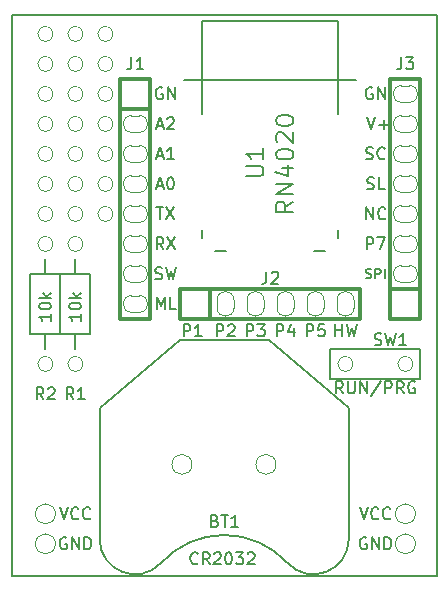
<source format=gto>
G04 #@! TF.FileFunction,Legend,Top*
%FSLAX46Y46*%
G04 Gerber Fmt 4.6, Leading zero omitted, Abs format (unit mm)*
G04 Created by KiCad (PCBNEW 4.0.4-stable) date *
%MOMM*%
%LPD*%
G01*
G04 APERTURE LIST*
%ADD10C,0.100000*%
%ADD11C,0.150000*%
%ADD12C,0.200000*%
%ADD13C,0.304800*%
%ADD14C,0.203200*%
G04 APERTURE END LIST*
D10*
D11*
X130048096Y-144280000D02*
X129952858Y-144232381D01*
X129810001Y-144232381D01*
X129667143Y-144280000D01*
X129571905Y-144375238D01*
X129524286Y-144470476D01*
X129476667Y-144660952D01*
X129476667Y-144803810D01*
X129524286Y-144994286D01*
X129571905Y-145089524D01*
X129667143Y-145184762D01*
X129810001Y-145232381D01*
X129905239Y-145232381D01*
X130048096Y-145184762D01*
X130095715Y-145137143D01*
X130095715Y-144803810D01*
X129905239Y-144803810D01*
X130524286Y-145232381D02*
X130524286Y-144232381D01*
X131095715Y-145232381D01*
X131095715Y-144232381D01*
X131571905Y-145232381D02*
X131571905Y-144232381D01*
X131810000Y-144232381D01*
X131952858Y-144280000D01*
X132048096Y-144375238D01*
X132095715Y-144470476D01*
X132143334Y-144660952D01*
X132143334Y-144803810D01*
X132095715Y-144994286D01*
X132048096Y-145089524D01*
X131952858Y-145184762D01*
X131810000Y-145232381D01*
X131571905Y-145232381D01*
X129476667Y-141692381D02*
X129810000Y-142692381D01*
X130143334Y-141692381D01*
X131048096Y-142597143D02*
X131000477Y-142644762D01*
X130857620Y-142692381D01*
X130762382Y-142692381D01*
X130619524Y-142644762D01*
X130524286Y-142549524D01*
X130476667Y-142454286D01*
X130429048Y-142263810D01*
X130429048Y-142120952D01*
X130476667Y-141930476D01*
X130524286Y-141835238D01*
X130619524Y-141740000D01*
X130762382Y-141692381D01*
X130857620Y-141692381D01*
X131000477Y-141740000D01*
X131048096Y-141787619D01*
X132048096Y-142597143D02*
X132000477Y-142644762D01*
X131857620Y-142692381D01*
X131762382Y-142692381D01*
X131619524Y-142644762D01*
X131524286Y-142549524D01*
X131476667Y-142454286D01*
X131429048Y-142263810D01*
X131429048Y-142120952D01*
X131476667Y-141930476D01*
X131524286Y-141835238D01*
X131619524Y-141740000D01*
X131762382Y-141692381D01*
X131857620Y-141692381D01*
X132000477Y-141740000D01*
X132048096Y-141787619D01*
X104648096Y-144280000D02*
X104552858Y-144232381D01*
X104410001Y-144232381D01*
X104267143Y-144280000D01*
X104171905Y-144375238D01*
X104124286Y-144470476D01*
X104076667Y-144660952D01*
X104076667Y-144803810D01*
X104124286Y-144994286D01*
X104171905Y-145089524D01*
X104267143Y-145184762D01*
X104410001Y-145232381D01*
X104505239Y-145232381D01*
X104648096Y-145184762D01*
X104695715Y-145137143D01*
X104695715Y-144803810D01*
X104505239Y-144803810D01*
X105124286Y-145232381D02*
X105124286Y-144232381D01*
X105695715Y-145232381D01*
X105695715Y-144232381D01*
X106171905Y-145232381D02*
X106171905Y-144232381D01*
X106410000Y-144232381D01*
X106552858Y-144280000D01*
X106648096Y-144375238D01*
X106695715Y-144470476D01*
X106743334Y-144660952D01*
X106743334Y-144803810D01*
X106695715Y-144994286D01*
X106648096Y-145089524D01*
X106552858Y-145184762D01*
X106410000Y-145232381D01*
X106171905Y-145232381D01*
X104076667Y-141692381D02*
X104410000Y-142692381D01*
X104743334Y-141692381D01*
X105648096Y-142597143D02*
X105600477Y-142644762D01*
X105457620Y-142692381D01*
X105362382Y-142692381D01*
X105219524Y-142644762D01*
X105124286Y-142549524D01*
X105076667Y-142454286D01*
X105029048Y-142263810D01*
X105029048Y-142120952D01*
X105076667Y-141930476D01*
X105124286Y-141835238D01*
X105219524Y-141740000D01*
X105362382Y-141692381D01*
X105457620Y-141692381D01*
X105600477Y-141740000D01*
X105648096Y-141787619D01*
X106648096Y-142597143D02*
X106600477Y-142644762D01*
X106457620Y-142692381D01*
X106362382Y-142692381D01*
X106219524Y-142644762D01*
X106124286Y-142549524D01*
X106076667Y-142454286D01*
X106029048Y-142263810D01*
X106029048Y-142120952D01*
X106076667Y-141930476D01*
X106124286Y-141835238D01*
X106219524Y-141740000D01*
X106362382Y-141692381D01*
X106457620Y-141692381D01*
X106600477Y-141740000D01*
X106648096Y-141787619D01*
X105862381Y-125309238D02*
X105862381Y-125880667D01*
X105862381Y-125594953D02*
X104862381Y-125594953D01*
X105005238Y-125690191D01*
X105100476Y-125785429D01*
X105148095Y-125880667D01*
X104862381Y-124690191D02*
X104862381Y-124594952D01*
X104910000Y-124499714D01*
X104957619Y-124452095D01*
X105052857Y-124404476D01*
X105243333Y-124356857D01*
X105481429Y-124356857D01*
X105671905Y-124404476D01*
X105767143Y-124452095D01*
X105814762Y-124499714D01*
X105862381Y-124594952D01*
X105862381Y-124690191D01*
X105814762Y-124785429D01*
X105767143Y-124833048D01*
X105671905Y-124880667D01*
X105481429Y-124928286D01*
X105243333Y-124928286D01*
X105052857Y-124880667D01*
X104957619Y-124833048D01*
X104910000Y-124785429D01*
X104862381Y-124690191D01*
X105862381Y-123928286D02*
X104862381Y-123928286D01*
X105481429Y-123833048D02*
X105862381Y-123547333D01*
X105195714Y-123547333D02*
X105576667Y-123928286D01*
X103322381Y-125309238D02*
X103322381Y-125880667D01*
X103322381Y-125594953D02*
X102322381Y-125594953D01*
X102465238Y-125690191D01*
X102560476Y-125785429D01*
X102608095Y-125880667D01*
X102322381Y-124690191D02*
X102322381Y-124594952D01*
X102370000Y-124499714D01*
X102417619Y-124452095D01*
X102512857Y-124404476D01*
X102703333Y-124356857D01*
X102941429Y-124356857D01*
X103131905Y-124404476D01*
X103227143Y-124452095D01*
X103274762Y-124499714D01*
X103322381Y-124594952D01*
X103322381Y-124690191D01*
X103274762Y-124785429D01*
X103227143Y-124833048D01*
X103131905Y-124880667D01*
X102941429Y-124928286D01*
X102703333Y-124928286D01*
X102512857Y-124880667D01*
X102417619Y-124833048D01*
X102370000Y-124785429D01*
X102322381Y-124690191D01*
X103322381Y-123928286D02*
X102322381Y-123928286D01*
X102941429Y-123833048D02*
X103322381Y-123547333D01*
X102655714Y-123547333D02*
X103036667Y-123928286D01*
X115760762Y-146407143D02*
X115713143Y-146454762D01*
X115570286Y-146502381D01*
X115475048Y-146502381D01*
X115332190Y-146454762D01*
X115236952Y-146359524D01*
X115189333Y-146264286D01*
X115141714Y-146073810D01*
X115141714Y-145930952D01*
X115189333Y-145740476D01*
X115236952Y-145645238D01*
X115332190Y-145550000D01*
X115475048Y-145502381D01*
X115570286Y-145502381D01*
X115713143Y-145550000D01*
X115760762Y-145597619D01*
X116760762Y-146502381D02*
X116427428Y-146026190D01*
X116189333Y-146502381D02*
X116189333Y-145502381D01*
X116570286Y-145502381D01*
X116665524Y-145550000D01*
X116713143Y-145597619D01*
X116760762Y-145692857D01*
X116760762Y-145835714D01*
X116713143Y-145930952D01*
X116665524Y-145978571D01*
X116570286Y-146026190D01*
X116189333Y-146026190D01*
X117141714Y-145597619D02*
X117189333Y-145550000D01*
X117284571Y-145502381D01*
X117522667Y-145502381D01*
X117617905Y-145550000D01*
X117665524Y-145597619D01*
X117713143Y-145692857D01*
X117713143Y-145788095D01*
X117665524Y-145930952D01*
X117094095Y-146502381D01*
X117713143Y-146502381D01*
X118332190Y-145502381D02*
X118427429Y-145502381D01*
X118522667Y-145550000D01*
X118570286Y-145597619D01*
X118617905Y-145692857D01*
X118665524Y-145883333D01*
X118665524Y-146121429D01*
X118617905Y-146311905D01*
X118570286Y-146407143D01*
X118522667Y-146454762D01*
X118427429Y-146502381D01*
X118332190Y-146502381D01*
X118236952Y-146454762D01*
X118189333Y-146407143D01*
X118141714Y-146311905D01*
X118094095Y-146121429D01*
X118094095Y-145883333D01*
X118141714Y-145692857D01*
X118189333Y-145597619D01*
X118236952Y-145550000D01*
X118332190Y-145502381D01*
X118998857Y-145502381D02*
X119617905Y-145502381D01*
X119284571Y-145883333D01*
X119427429Y-145883333D01*
X119522667Y-145930952D01*
X119570286Y-145978571D01*
X119617905Y-146073810D01*
X119617905Y-146311905D01*
X119570286Y-146407143D01*
X119522667Y-146454762D01*
X119427429Y-146502381D01*
X119141714Y-146502381D01*
X119046476Y-146454762D01*
X118998857Y-146407143D01*
X119998857Y-145597619D02*
X120046476Y-145550000D01*
X120141714Y-145502381D01*
X120379810Y-145502381D01*
X120475048Y-145550000D01*
X120522667Y-145597619D01*
X120570286Y-145692857D01*
X120570286Y-145788095D01*
X120522667Y-145930952D01*
X119951238Y-146502381D01*
X120570286Y-146502381D01*
X128048096Y-132024381D02*
X127714762Y-131548190D01*
X127476667Y-132024381D02*
X127476667Y-131024381D01*
X127857620Y-131024381D01*
X127952858Y-131072000D01*
X128000477Y-131119619D01*
X128048096Y-131214857D01*
X128048096Y-131357714D01*
X128000477Y-131452952D01*
X127952858Y-131500571D01*
X127857620Y-131548190D01*
X127476667Y-131548190D01*
X128476667Y-131024381D02*
X128476667Y-131833905D01*
X128524286Y-131929143D01*
X128571905Y-131976762D01*
X128667143Y-132024381D01*
X128857620Y-132024381D01*
X128952858Y-131976762D01*
X129000477Y-131929143D01*
X129048096Y-131833905D01*
X129048096Y-131024381D01*
X129524286Y-132024381D02*
X129524286Y-131024381D01*
X130095715Y-132024381D01*
X130095715Y-131024381D01*
X131286191Y-130976762D02*
X130429048Y-132262476D01*
X131619524Y-132024381D02*
X131619524Y-131024381D01*
X132000477Y-131024381D01*
X132095715Y-131072000D01*
X132143334Y-131119619D01*
X132190953Y-131214857D01*
X132190953Y-131357714D01*
X132143334Y-131452952D01*
X132095715Y-131500571D01*
X132000477Y-131548190D01*
X131619524Y-131548190D01*
X133190953Y-132024381D02*
X132857619Y-131548190D01*
X132619524Y-132024381D02*
X132619524Y-131024381D01*
X133000477Y-131024381D01*
X133095715Y-131072000D01*
X133143334Y-131119619D01*
X133190953Y-131214857D01*
X133190953Y-131357714D01*
X133143334Y-131452952D01*
X133095715Y-131500571D01*
X133000477Y-131548190D01*
X132619524Y-131548190D01*
X134143334Y-131072000D02*
X134048096Y-131024381D01*
X133905239Y-131024381D01*
X133762381Y-131072000D01*
X133667143Y-131167238D01*
X133619524Y-131262476D01*
X133571905Y-131452952D01*
X133571905Y-131595810D01*
X133619524Y-131786286D01*
X133667143Y-131881524D01*
X133762381Y-131976762D01*
X133905239Y-132024381D01*
X134000477Y-132024381D01*
X134143334Y-131976762D01*
X134190953Y-131929143D01*
X134190953Y-131595810D01*
X134000477Y-131595810D01*
X112291905Y-124912381D02*
X112291905Y-123912381D01*
X112625239Y-124626667D01*
X112958572Y-123912381D01*
X112958572Y-124912381D01*
X113910953Y-124912381D02*
X113434762Y-124912381D01*
X113434762Y-123912381D01*
X129990953Y-122243810D02*
X130105239Y-122281905D01*
X130295715Y-122281905D01*
X130371905Y-122243810D01*
X130410001Y-122205714D01*
X130448096Y-122129524D01*
X130448096Y-122053333D01*
X130410001Y-121977143D01*
X130371905Y-121939048D01*
X130295715Y-121900952D01*
X130143334Y-121862857D01*
X130067143Y-121824762D01*
X130029048Y-121786667D01*
X129990953Y-121710476D01*
X129990953Y-121634286D01*
X130029048Y-121558095D01*
X130067143Y-121520000D01*
X130143334Y-121481905D01*
X130333810Y-121481905D01*
X130448096Y-121520000D01*
X130790953Y-122281905D02*
X130790953Y-121481905D01*
X131095715Y-121481905D01*
X131171906Y-121520000D01*
X131210001Y-121558095D01*
X131248096Y-121634286D01*
X131248096Y-121748571D01*
X131210001Y-121824762D01*
X131171906Y-121862857D01*
X131095715Y-121900952D01*
X130790953Y-121900952D01*
X131590953Y-122281905D02*
X131590953Y-121481905D01*
X130071905Y-119832381D02*
X130071905Y-118832381D01*
X130452858Y-118832381D01*
X130548096Y-118880000D01*
X130595715Y-118927619D01*
X130643334Y-119022857D01*
X130643334Y-119165714D01*
X130595715Y-119260952D01*
X130548096Y-119308571D01*
X130452858Y-119356190D01*
X130071905Y-119356190D01*
X130976667Y-118832381D02*
X131643334Y-118832381D01*
X131214762Y-119832381D01*
X130024286Y-117292381D02*
X130024286Y-116292381D01*
X130595715Y-117292381D01*
X130595715Y-116292381D01*
X131643334Y-117197143D02*
X131595715Y-117244762D01*
X131452858Y-117292381D01*
X131357620Y-117292381D01*
X131214762Y-117244762D01*
X131119524Y-117149524D01*
X131071905Y-117054286D01*
X131024286Y-116863810D01*
X131024286Y-116720952D01*
X131071905Y-116530476D01*
X131119524Y-116435238D01*
X131214762Y-116340000D01*
X131357620Y-116292381D01*
X131452858Y-116292381D01*
X131595715Y-116340000D01*
X131643334Y-116387619D01*
X130119524Y-114704762D02*
X130262381Y-114752381D01*
X130500477Y-114752381D01*
X130595715Y-114704762D01*
X130643334Y-114657143D01*
X130690953Y-114561905D01*
X130690953Y-114466667D01*
X130643334Y-114371429D01*
X130595715Y-114323810D01*
X130500477Y-114276190D01*
X130310000Y-114228571D01*
X130214762Y-114180952D01*
X130167143Y-114133333D01*
X130119524Y-114038095D01*
X130119524Y-113942857D01*
X130167143Y-113847619D01*
X130214762Y-113800000D01*
X130310000Y-113752381D01*
X130548096Y-113752381D01*
X130690953Y-113800000D01*
X131595715Y-114752381D02*
X131119524Y-114752381D01*
X131119524Y-113752381D01*
X130024286Y-112164762D02*
X130167143Y-112212381D01*
X130405239Y-112212381D01*
X130500477Y-112164762D01*
X130548096Y-112117143D01*
X130595715Y-112021905D01*
X130595715Y-111926667D01*
X130548096Y-111831429D01*
X130500477Y-111783810D01*
X130405239Y-111736190D01*
X130214762Y-111688571D01*
X130119524Y-111640952D01*
X130071905Y-111593333D01*
X130024286Y-111498095D01*
X130024286Y-111402857D01*
X130071905Y-111307619D01*
X130119524Y-111260000D01*
X130214762Y-111212381D01*
X130452858Y-111212381D01*
X130595715Y-111260000D01*
X131595715Y-112117143D02*
X131548096Y-112164762D01*
X131405239Y-112212381D01*
X131310001Y-112212381D01*
X131167143Y-112164762D01*
X131071905Y-112069524D01*
X131024286Y-111974286D01*
X130976667Y-111783810D01*
X130976667Y-111640952D01*
X131024286Y-111450476D01*
X131071905Y-111355238D01*
X131167143Y-111260000D01*
X131310001Y-111212381D01*
X131405239Y-111212381D01*
X131548096Y-111260000D01*
X131595715Y-111307619D01*
X130111619Y-108672381D02*
X130444952Y-109672381D01*
X130778286Y-108672381D01*
X131111619Y-109291429D02*
X131873524Y-109291429D01*
X131492572Y-109672381D02*
X131492572Y-108910476D01*
X130548096Y-106180000D02*
X130452858Y-106132381D01*
X130310001Y-106132381D01*
X130167143Y-106180000D01*
X130071905Y-106275238D01*
X130024286Y-106370476D01*
X129976667Y-106560952D01*
X129976667Y-106703810D01*
X130024286Y-106894286D01*
X130071905Y-106989524D01*
X130167143Y-107084762D01*
X130310001Y-107132381D01*
X130405239Y-107132381D01*
X130548096Y-107084762D01*
X130595715Y-107037143D01*
X130595715Y-106703810D01*
X130405239Y-106703810D01*
X131024286Y-107132381D02*
X131024286Y-106132381D01*
X131595715Y-107132381D01*
X131595715Y-106132381D01*
X127412857Y-127198381D02*
X127412857Y-126198381D01*
X127412857Y-126674571D02*
X127984286Y-126674571D01*
X127984286Y-127198381D02*
X127984286Y-126198381D01*
X128365238Y-126198381D02*
X128603333Y-127198381D01*
X128793810Y-126484095D01*
X128984286Y-127198381D01*
X129222381Y-126198381D01*
X124991905Y-127198381D02*
X124991905Y-126198381D01*
X125372858Y-126198381D01*
X125468096Y-126246000D01*
X125515715Y-126293619D01*
X125563334Y-126388857D01*
X125563334Y-126531714D01*
X125515715Y-126626952D01*
X125468096Y-126674571D01*
X125372858Y-126722190D01*
X124991905Y-126722190D01*
X126468096Y-126198381D02*
X125991905Y-126198381D01*
X125944286Y-126674571D01*
X125991905Y-126626952D01*
X126087143Y-126579333D01*
X126325239Y-126579333D01*
X126420477Y-126626952D01*
X126468096Y-126674571D01*
X126515715Y-126769810D01*
X126515715Y-127007905D01*
X126468096Y-127103143D01*
X126420477Y-127150762D01*
X126325239Y-127198381D01*
X126087143Y-127198381D01*
X125991905Y-127150762D01*
X125944286Y-127103143D01*
X122451905Y-127198381D02*
X122451905Y-126198381D01*
X122832858Y-126198381D01*
X122928096Y-126246000D01*
X122975715Y-126293619D01*
X123023334Y-126388857D01*
X123023334Y-126531714D01*
X122975715Y-126626952D01*
X122928096Y-126674571D01*
X122832858Y-126722190D01*
X122451905Y-126722190D01*
X123880477Y-126531714D02*
X123880477Y-127198381D01*
X123642381Y-126150762D02*
X123404286Y-126865048D01*
X124023334Y-126865048D01*
X119911905Y-127198381D02*
X119911905Y-126198381D01*
X120292858Y-126198381D01*
X120388096Y-126246000D01*
X120435715Y-126293619D01*
X120483334Y-126388857D01*
X120483334Y-126531714D01*
X120435715Y-126626952D01*
X120388096Y-126674571D01*
X120292858Y-126722190D01*
X119911905Y-126722190D01*
X120816667Y-126198381D02*
X121435715Y-126198381D01*
X121102381Y-126579333D01*
X121245239Y-126579333D01*
X121340477Y-126626952D01*
X121388096Y-126674571D01*
X121435715Y-126769810D01*
X121435715Y-127007905D01*
X121388096Y-127103143D01*
X121340477Y-127150762D01*
X121245239Y-127198381D01*
X120959524Y-127198381D01*
X120864286Y-127150762D01*
X120816667Y-127103143D01*
X117371905Y-127198381D02*
X117371905Y-126198381D01*
X117752858Y-126198381D01*
X117848096Y-126246000D01*
X117895715Y-126293619D01*
X117943334Y-126388857D01*
X117943334Y-126531714D01*
X117895715Y-126626952D01*
X117848096Y-126674571D01*
X117752858Y-126722190D01*
X117371905Y-126722190D01*
X118324286Y-126293619D02*
X118371905Y-126246000D01*
X118467143Y-126198381D01*
X118705239Y-126198381D01*
X118800477Y-126246000D01*
X118848096Y-126293619D01*
X118895715Y-126388857D01*
X118895715Y-126484095D01*
X118848096Y-126626952D01*
X118276667Y-127198381D01*
X118895715Y-127198381D01*
X114577905Y-127198381D02*
X114577905Y-126198381D01*
X114958858Y-126198381D01*
X115054096Y-126246000D01*
X115101715Y-126293619D01*
X115149334Y-126388857D01*
X115149334Y-126531714D01*
X115101715Y-126626952D01*
X115054096Y-126674571D01*
X114958858Y-126722190D01*
X114577905Y-126722190D01*
X116101715Y-127198381D02*
X115530286Y-127198381D01*
X115816000Y-127198381D02*
X115816000Y-126198381D01*
X115720762Y-126341238D01*
X115625524Y-126436476D01*
X115530286Y-126484095D01*
X112172857Y-122324762D02*
X112315714Y-122372381D01*
X112553810Y-122372381D01*
X112649048Y-122324762D01*
X112696667Y-122277143D01*
X112744286Y-122181905D01*
X112744286Y-122086667D01*
X112696667Y-121991429D01*
X112649048Y-121943810D01*
X112553810Y-121896190D01*
X112363333Y-121848571D01*
X112268095Y-121800952D01*
X112220476Y-121753333D01*
X112172857Y-121658095D01*
X112172857Y-121562857D01*
X112220476Y-121467619D01*
X112268095Y-121420000D01*
X112363333Y-121372381D01*
X112601429Y-121372381D01*
X112744286Y-121420000D01*
X113077619Y-121372381D02*
X113315714Y-122372381D01*
X113506191Y-121658095D01*
X113696667Y-122372381D01*
X113934762Y-121372381D01*
X112315714Y-114466667D02*
X112791905Y-114466667D01*
X112220476Y-114752381D02*
X112553809Y-113752381D01*
X112887143Y-114752381D01*
X113410952Y-113752381D02*
X113506191Y-113752381D01*
X113601429Y-113800000D01*
X113649048Y-113847619D01*
X113696667Y-113942857D01*
X113744286Y-114133333D01*
X113744286Y-114371429D01*
X113696667Y-114561905D01*
X113649048Y-114657143D01*
X113601429Y-114704762D01*
X113506191Y-114752381D01*
X113410952Y-114752381D01*
X113315714Y-114704762D01*
X113268095Y-114657143D01*
X113220476Y-114561905D01*
X113172857Y-114371429D01*
X113172857Y-114133333D01*
X113220476Y-113942857D01*
X113268095Y-113847619D01*
X113315714Y-113800000D01*
X113410952Y-113752381D01*
X112315714Y-111926667D02*
X112791905Y-111926667D01*
X112220476Y-112212381D02*
X112553809Y-111212381D01*
X112887143Y-112212381D01*
X113744286Y-112212381D02*
X113172857Y-112212381D01*
X113458571Y-112212381D02*
X113458571Y-111212381D01*
X113363333Y-111355238D01*
X113268095Y-111450476D01*
X113172857Y-111498095D01*
X112315714Y-109386667D02*
X112791905Y-109386667D01*
X112220476Y-109672381D02*
X112553809Y-108672381D01*
X112887143Y-109672381D01*
X113172857Y-108767619D02*
X113220476Y-108720000D01*
X113315714Y-108672381D01*
X113553810Y-108672381D01*
X113649048Y-108720000D01*
X113696667Y-108767619D01*
X113744286Y-108862857D01*
X113744286Y-108958095D01*
X113696667Y-109100952D01*
X113125238Y-109672381D01*
X113744286Y-109672381D01*
X112863334Y-119832381D02*
X112530000Y-119356190D01*
X112291905Y-119832381D02*
X112291905Y-118832381D01*
X112672858Y-118832381D01*
X112768096Y-118880000D01*
X112815715Y-118927619D01*
X112863334Y-119022857D01*
X112863334Y-119165714D01*
X112815715Y-119260952D01*
X112768096Y-119308571D01*
X112672858Y-119356190D01*
X112291905Y-119356190D01*
X113196667Y-118832381D02*
X113863334Y-119832381D01*
X113863334Y-118832381D02*
X113196667Y-119832381D01*
X112268095Y-116292381D02*
X112839524Y-116292381D01*
X112553809Y-117292381D02*
X112553809Y-116292381D01*
X113077619Y-116292381D02*
X113744286Y-117292381D01*
X113744286Y-116292381D02*
X113077619Y-117292381D01*
X112768096Y-106180000D02*
X112672858Y-106132381D01*
X112530001Y-106132381D01*
X112387143Y-106180000D01*
X112291905Y-106275238D01*
X112244286Y-106370476D01*
X112196667Y-106560952D01*
X112196667Y-106703810D01*
X112244286Y-106894286D01*
X112291905Y-106989524D01*
X112387143Y-107084762D01*
X112530001Y-107132381D01*
X112625239Y-107132381D01*
X112768096Y-107084762D01*
X112815715Y-107037143D01*
X112815715Y-106703810D01*
X112625239Y-106703810D01*
X113244286Y-107132381D02*
X113244286Y-106132381D01*
X113815715Y-107132381D01*
X113815715Y-106132381D01*
X100000000Y-100000000D02*
X100000000Y-147500000D01*
X100000000Y-147500000D02*
X136000000Y-147500000D01*
X136000000Y-100000000D02*
X136000000Y-147500000D01*
X100000000Y-100000000D02*
X136000000Y-100000000D01*
X128555000Y-133300000D02*
X121755000Y-127550000D01*
X114255000Y-127550000D02*
X107455000Y-133300000D01*
X112663000Y-146382190D02*
G75*
G02X123345000Y-146380000I5342000J-4875908D01*
G01*
X112670366Y-146372907D02*
G75*
G02X107455000Y-144350000I-2215366J2022907D01*
G01*
X123339634Y-146372907D02*
G75*
G03X128555000Y-144350000I2215366J2022907D01*
G01*
X121755000Y-127550000D02*
X114255000Y-127550000D01*
X107455000Y-133300000D02*
X107455000Y-144350000D01*
X128555000Y-144350000D02*
X128555000Y-133300000D01*
X104140000Y-127000000D02*
X104140000Y-121920000D01*
X104140000Y-121920000D02*
X106680000Y-121920000D01*
X106680000Y-121920000D02*
X106680000Y-127000000D01*
X106680000Y-127000000D02*
X104140000Y-127000000D01*
X105410000Y-127000000D02*
X105410000Y-128270000D01*
X105410000Y-121920000D02*
X105410000Y-120650000D01*
D12*
X114635000Y-105465000D02*
X129135000Y-105465000D01*
X125635000Y-120015000D02*
X126535000Y-120015000D01*
X117235000Y-120015000D02*
X118135000Y-120015000D01*
X116135000Y-118215000D02*
X116135000Y-118915000D01*
X127635000Y-118215000D02*
X127635000Y-118915000D01*
X127635000Y-108415000D02*
X127635000Y-100515000D01*
X127635000Y-100515000D02*
X116135000Y-100515000D01*
X116135000Y-100515000D02*
X116135000Y-108415000D01*
D13*
X111760000Y-107950000D02*
X109220000Y-107950000D01*
X111760000Y-105410000D02*
X111760000Y-125730000D01*
X111760000Y-125730000D02*
X109220000Y-125730000D01*
X109220000Y-125730000D02*
X109220000Y-105410000D01*
X109220000Y-105410000D02*
X111760000Y-105410000D01*
X116840000Y-123190000D02*
X116840000Y-125730000D01*
X114300000Y-125730000D02*
X114300000Y-123190000D01*
X114300000Y-123190000D02*
X129540000Y-123190000D01*
X129540000Y-123190000D02*
X129540000Y-125730000D01*
X129540000Y-125730000D02*
X114300000Y-125730000D01*
X132080000Y-123190000D02*
X134620000Y-123190000D01*
X132080000Y-125730000D02*
X132080000Y-105410000D01*
X132080000Y-105410000D02*
X134620000Y-105410000D01*
X134620000Y-105410000D02*
X134620000Y-125730000D01*
X134620000Y-125730000D02*
X132080000Y-125730000D01*
D11*
X104140000Y-121920000D02*
X104140000Y-127000000D01*
X104140000Y-127000000D02*
X101600000Y-127000000D01*
X101600000Y-127000000D02*
X101600000Y-121920000D01*
X101600000Y-121920000D02*
X104140000Y-121920000D01*
X102870000Y-121920000D02*
X102870000Y-120650000D01*
X102870000Y-127000000D02*
X102870000Y-128270000D01*
X134620000Y-128270000D02*
X134620000Y-130810000D01*
X134620000Y-130810000D02*
X127000000Y-130810000D01*
X127000000Y-130810000D02*
X127000000Y-128270000D01*
X127000000Y-128270000D02*
X134620000Y-128270000D01*
D10*
X103518500Y-116840000D02*
G75*
G03X103518500Y-116840000I-648500J0D01*
G01*
X106058500Y-116840000D02*
G75*
G03X106058500Y-116840000I-648500J0D01*
G01*
X108598500Y-116840000D02*
G75*
G03X108598500Y-116840000I-648500J0D01*
G01*
X108598500Y-114300000D02*
G75*
G03X108598500Y-114300000I-648500J0D01*
G01*
X106058500Y-114300000D02*
G75*
G03X106058500Y-114300000I-648500J0D01*
G01*
X103518500Y-114300000D02*
G75*
G03X103518500Y-114300000I-648500J0D01*
G01*
X103518500Y-111760000D02*
G75*
G03X103518500Y-111760000I-648500J0D01*
G01*
X106058500Y-111760000D02*
G75*
G03X106058500Y-111760000I-648500J0D01*
G01*
X108598500Y-111760000D02*
G75*
G03X108598500Y-111760000I-648500J0D01*
G01*
X108598500Y-109220000D02*
G75*
G03X108598500Y-109220000I-648500J0D01*
G01*
X106058500Y-109220000D02*
G75*
G03X106058500Y-109220000I-648500J0D01*
G01*
X103518500Y-109220000D02*
G75*
G03X103518500Y-109220000I-648500J0D01*
G01*
X103518500Y-106680000D02*
G75*
G03X103518500Y-106680000I-648500J0D01*
G01*
X106058500Y-106680000D02*
G75*
G03X106058500Y-106680000I-648500J0D01*
G01*
X108598500Y-106680000D02*
G75*
G03X108598500Y-106680000I-648500J0D01*
G01*
X108598500Y-104140000D02*
G75*
G03X108598500Y-104140000I-648500J0D01*
G01*
X106058500Y-104140000D02*
G75*
G03X106058500Y-104140000I-648500J0D01*
G01*
X103518500Y-104140000D02*
G75*
G03X103518500Y-104140000I-648500J0D01*
G01*
X106058500Y-101600000D02*
G75*
G03X106058500Y-101600000I-648500J0D01*
G01*
X122389000Y-138049000D02*
G75*
G03X122389000Y-138049000I-850000J0D01*
G01*
X115277000Y-138049000D02*
G75*
G03X115277000Y-138049000I-850000J0D01*
G01*
X134200000Y-144780000D02*
G75*
G03X134200000Y-144780000I-850000J0D01*
G01*
X134200000Y-142240000D02*
G75*
G03X134200000Y-142240000I-850000J0D01*
G01*
X103720000Y-144780000D02*
G75*
G03X103720000Y-144780000I-850000J0D01*
G01*
X103720000Y-142240000D02*
G75*
G03X103720000Y-142240000I-850000J0D01*
G01*
X106058500Y-129540000D02*
G75*
G03X106058500Y-129540000I-648500J0D01*
G01*
X106058500Y-119380000D02*
G75*
G03X106058500Y-119380000I-648500J0D01*
G01*
X110827820Y-108508000D02*
X110152180Y-108508000D01*
X110827820Y-109932000D02*
X110152180Y-109932000D01*
X110152180Y-108508000D02*
G75*
G03X110152180Y-109932000I0J-712000D01*
G01*
X110827820Y-109932000D02*
G75*
G03X110827820Y-108508000I0J712000D01*
G01*
X110827820Y-111048000D02*
X110152180Y-111048000D01*
X110827820Y-112472000D02*
X110152180Y-112472000D01*
X110152180Y-111048000D02*
G75*
G03X110152180Y-112472000I0J-712000D01*
G01*
X110827820Y-112472000D02*
G75*
G03X110827820Y-111048000I0J712000D01*
G01*
X110827820Y-113588000D02*
X110152180Y-113588000D01*
X110827820Y-115012000D02*
X110152180Y-115012000D01*
X110152180Y-113588000D02*
G75*
G03X110152180Y-115012000I0J-712000D01*
G01*
X110827820Y-115012000D02*
G75*
G03X110827820Y-113588000I0J712000D01*
G01*
X110827820Y-116128000D02*
X110152180Y-116128000D01*
X110827820Y-117552000D02*
X110152180Y-117552000D01*
X110152180Y-116128000D02*
G75*
G03X110152180Y-117552000I0J-712000D01*
G01*
X110827820Y-117552000D02*
G75*
G03X110827820Y-116128000I0J712000D01*
G01*
X110827820Y-118668000D02*
X110152180Y-118668000D01*
X110827820Y-120092000D02*
X110152180Y-120092000D01*
X110152180Y-118668000D02*
G75*
G03X110152180Y-120092000I0J-712000D01*
G01*
X110827820Y-120092000D02*
G75*
G03X110827820Y-118668000I0J712000D01*
G01*
X110827820Y-121208000D02*
X110152180Y-121208000D01*
X110827820Y-122632000D02*
X110152180Y-122632000D01*
X110152180Y-121208000D02*
G75*
G03X110152180Y-122632000I0J-712000D01*
G01*
X110827820Y-122632000D02*
G75*
G03X110827820Y-121208000I0J712000D01*
G01*
X110827820Y-123748000D02*
X110152180Y-123748000D01*
X110827820Y-125172000D02*
X110152180Y-125172000D01*
X110152180Y-123748000D02*
G75*
G03X110152180Y-125172000I0J-712000D01*
G01*
X110827820Y-125172000D02*
G75*
G03X110827820Y-123748000I0J712000D01*
G01*
X117398000Y-124122180D02*
X117398000Y-124797820D01*
X118822000Y-124122180D02*
X118822000Y-124797820D01*
X117398000Y-124797820D02*
G75*
G03X118822000Y-124797820I712000J0D01*
G01*
X118822000Y-124122180D02*
G75*
G03X117398000Y-124122180I-712000J0D01*
G01*
X119938000Y-124122180D02*
X119938000Y-124797820D01*
X121362000Y-124122180D02*
X121362000Y-124797820D01*
X119938000Y-124797820D02*
G75*
G03X121362000Y-124797820I712000J0D01*
G01*
X121362000Y-124122180D02*
G75*
G03X119938000Y-124122180I-712000J0D01*
G01*
X122478000Y-124122180D02*
X122478000Y-124797820D01*
X123902000Y-124122180D02*
X123902000Y-124797820D01*
X122478000Y-124797820D02*
G75*
G03X123902000Y-124797820I712000J0D01*
G01*
X123902000Y-124122180D02*
G75*
G03X122478000Y-124122180I-712000J0D01*
G01*
X125018000Y-124122180D02*
X125018000Y-124797820D01*
X126442000Y-124122180D02*
X126442000Y-124797820D01*
X125018000Y-124797820D02*
G75*
G03X126442000Y-124797820I712000J0D01*
G01*
X126442000Y-124122180D02*
G75*
G03X125018000Y-124122180I-712000J0D01*
G01*
X127558000Y-124122180D02*
X127558000Y-124797820D01*
X128982000Y-124122180D02*
X128982000Y-124797820D01*
X127558000Y-124797820D02*
G75*
G03X128982000Y-124797820I712000J0D01*
G01*
X128982000Y-124122180D02*
G75*
G03X127558000Y-124122180I-712000J0D01*
G01*
X133012180Y-122632000D02*
X133687820Y-122632000D01*
X133012180Y-121208000D02*
X133687820Y-121208000D01*
X133687820Y-122632000D02*
G75*
G03X133687820Y-121208000I0J712000D01*
G01*
X133012180Y-121208000D02*
G75*
G03X133012180Y-122632000I0J-712000D01*
G01*
X133012180Y-120092000D02*
X133687820Y-120092000D01*
X133012180Y-118668000D02*
X133687820Y-118668000D01*
X133687820Y-120092000D02*
G75*
G03X133687820Y-118668000I0J712000D01*
G01*
X133012180Y-118668000D02*
G75*
G03X133012180Y-120092000I0J-712000D01*
G01*
X133012180Y-117552000D02*
X133687820Y-117552000D01*
X133012180Y-116128000D02*
X133687820Y-116128000D01*
X133687820Y-117552000D02*
G75*
G03X133687820Y-116128000I0J712000D01*
G01*
X133012180Y-116128000D02*
G75*
G03X133012180Y-117552000I0J-712000D01*
G01*
X133012180Y-115012000D02*
X133687820Y-115012000D01*
X133012180Y-113588000D02*
X133687820Y-113588000D01*
X133687820Y-115012000D02*
G75*
G03X133687820Y-113588000I0J712000D01*
G01*
X133012180Y-113588000D02*
G75*
G03X133012180Y-115012000I0J-712000D01*
G01*
X133012180Y-112472000D02*
X133687820Y-112472000D01*
X133012180Y-111048000D02*
X133687820Y-111048000D01*
X133687820Y-112472000D02*
G75*
G03X133687820Y-111048000I0J712000D01*
G01*
X133012180Y-111048000D02*
G75*
G03X133012180Y-112472000I0J-712000D01*
G01*
X133012180Y-109932000D02*
X133687820Y-109932000D01*
X133012180Y-108508000D02*
X133687820Y-108508000D01*
X133687820Y-109932000D02*
G75*
G03X133687820Y-108508000I0J712000D01*
G01*
X133012180Y-108508000D02*
G75*
G03X133012180Y-109932000I0J-712000D01*
G01*
X133012180Y-107392000D02*
X133687820Y-107392000D01*
X133012180Y-105968000D02*
X133687820Y-105968000D01*
X133687820Y-107392000D02*
G75*
G03X133687820Y-105968000I0J712000D01*
G01*
X133012180Y-105968000D02*
G75*
G03X133012180Y-107392000I0J-712000D01*
G01*
X103518500Y-119380000D02*
G75*
G03X103518500Y-119380000I-648500J0D01*
G01*
X103518500Y-129540000D02*
G75*
G03X103518500Y-129540000I-648500J0D01*
G01*
X133998500Y-129540000D02*
G75*
G03X133998500Y-129540000I-648500J0D01*
G01*
X128918500Y-129540000D02*
G75*
G03X128918500Y-129540000I-648500J0D01*
G01*
X103518500Y-101600000D02*
G75*
G03X103518500Y-101600000I-648500J0D01*
G01*
X108598500Y-101600000D02*
G75*
G03X108598500Y-101600000I-648500J0D01*
G01*
D11*
X117219286Y-142803571D02*
X117362143Y-142851190D01*
X117409762Y-142898810D01*
X117457381Y-142994048D01*
X117457381Y-143136905D01*
X117409762Y-143232143D01*
X117362143Y-143279762D01*
X117266905Y-143327381D01*
X116885952Y-143327381D01*
X116885952Y-142327381D01*
X117219286Y-142327381D01*
X117314524Y-142375000D01*
X117362143Y-142422619D01*
X117409762Y-142517857D01*
X117409762Y-142613095D01*
X117362143Y-142708333D01*
X117314524Y-142755952D01*
X117219286Y-142803571D01*
X116885952Y-142803571D01*
X117743095Y-142327381D02*
X118314524Y-142327381D01*
X118028809Y-143327381D02*
X118028809Y-142327381D01*
X119171667Y-143327381D02*
X118600238Y-143327381D01*
X118885952Y-143327381D02*
X118885952Y-142327381D01*
X118790714Y-142470238D01*
X118695476Y-142565476D01*
X118600238Y-142613095D01*
X105243334Y-132532381D02*
X104910000Y-132056190D01*
X104671905Y-132532381D02*
X104671905Y-131532381D01*
X105052858Y-131532381D01*
X105148096Y-131580000D01*
X105195715Y-131627619D01*
X105243334Y-131722857D01*
X105243334Y-131865714D01*
X105195715Y-131960952D01*
X105148096Y-132008571D01*
X105052858Y-132056190D01*
X104671905Y-132056190D01*
X106195715Y-132532381D02*
X105624286Y-132532381D01*
X105910000Y-132532381D02*
X105910000Y-131532381D01*
X105814762Y-131675238D01*
X105719524Y-131770476D01*
X105624286Y-131818095D01*
X119828571Y-113657857D02*
X121042857Y-113657857D01*
X121185714Y-113586429D01*
X121257143Y-113515000D01*
X121328571Y-113372143D01*
X121328571Y-113086429D01*
X121257143Y-112943571D01*
X121185714Y-112872143D01*
X121042857Y-112800714D01*
X119828571Y-112800714D01*
X121328571Y-111300714D02*
X121328571Y-112157857D01*
X121328571Y-111729285D02*
X119828571Y-111729285D01*
X120042857Y-111872142D01*
X120185714Y-112015000D01*
X120257143Y-112157857D01*
X123868571Y-115793570D02*
X123154286Y-116293570D01*
X123868571Y-116650713D02*
X122368571Y-116650713D01*
X122368571Y-116079285D01*
X122440000Y-115936427D01*
X122511429Y-115864999D01*
X122654286Y-115793570D01*
X122868571Y-115793570D01*
X123011429Y-115864999D01*
X123082857Y-115936427D01*
X123154286Y-116079285D01*
X123154286Y-116650713D01*
X123868571Y-115150713D02*
X122368571Y-115150713D01*
X123868571Y-114293570D01*
X122368571Y-114293570D01*
X122868571Y-112936427D02*
X123868571Y-112936427D01*
X122297143Y-113293570D02*
X123368571Y-113650713D01*
X123368571Y-112722141D01*
X122368571Y-111864999D02*
X122368571Y-111722142D01*
X122440000Y-111579285D01*
X122511429Y-111507856D01*
X122654286Y-111436427D01*
X122940000Y-111364999D01*
X123297143Y-111364999D01*
X123582857Y-111436427D01*
X123725714Y-111507856D01*
X123797143Y-111579285D01*
X123868571Y-111722142D01*
X123868571Y-111864999D01*
X123797143Y-112007856D01*
X123725714Y-112079285D01*
X123582857Y-112150713D01*
X123297143Y-112222142D01*
X122940000Y-112222142D01*
X122654286Y-112150713D01*
X122511429Y-112079285D01*
X122440000Y-112007856D01*
X122368571Y-111864999D01*
X122511429Y-110793571D02*
X122440000Y-110722142D01*
X122368571Y-110579285D01*
X122368571Y-110222142D01*
X122440000Y-110079285D01*
X122511429Y-110007856D01*
X122654286Y-109936428D01*
X122797143Y-109936428D01*
X123011429Y-110007856D01*
X123868571Y-110864999D01*
X123868571Y-109936428D01*
X122368571Y-109007857D02*
X122368571Y-108865000D01*
X122440000Y-108722143D01*
X122511429Y-108650714D01*
X122654286Y-108579285D01*
X122940000Y-108507857D01*
X123297143Y-108507857D01*
X123582857Y-108579285D01*
X123725714Y-108650714D01*
X123797143Y-108722143D01*
X123868571Y-108865000D01*
X123868571Y-109007857D01*
X123797143Y-109150714D01*
X123725714Y-109222143D01*
X123582857Y-109293571D01*
X123297143Y-109365000D01*
X122940000Y-109365000D01*
X122654286Y-109293571D01*
X122511429Y-109222143D01*
X122440000Y-109150714D01*
X122368571Y-109007857D01*
D14*
X110151333Y-103583619D02*
X110151333Y-104309333D01*
X110102953Y-104454476D01*
X110006191Y-104551238D01*
X109861048Y-104599619D01*
X109764286Y-104599619D01*
X111167333Y-104599619D02*
X110586762Y-104599619D01*
X110877048Y-104599619D02*
X110877048Y-103583619D01*
X110780286Y-103728762D01*
X110683524Y-103825524D01*
X110586762Y-103873905D01*
X121581333Y-121744619D02*
X121581333Y-122470333D01*
X121532953Y-122615476D01*
X121436191Y-122712238D01*
X121291048Y-122760619D01*
X121194286Y-122760619D01*
X122016762Y-121841381D02*
X122065143Y-121793000D01*
X122161905Y-121744619D01*
X122403809Y-121744619D01*
X122500571Y-121793000D01*
X122548952Y-121841381D01*
X122597333Y-121938143D01*
X122597333Y-122034905D01*
X122548952Y-122180048D01*
X121968381Y-122760619D01*
X122597333Y-122760619D01*
X133011333Y-103583619D02*
X133011333Y-104309333D01*
X132962953Y-104454476D01*
X132866191Y-104551238D01*
X132721048Y-104599619D01*
X132624286Y-104599619D01*
X133398381Y-103583619D02*
X134027333Y-103583619D01*
X133688667Y-103970667D01*
X133833809Y-103970667D01*
X133930571Y-104019048D01*
X133978952Y-104067429D01*
X134027333Y-104164190D01*
X134027333Y-104406095D01*
X133978952Y-104502857D01*
X133930571Y-104551238D01*
X133833809Y-104599619D01*
X133543524Y-104599619D01*
X133446762Y-104551238D01*
X133398381Y-104502857D01*
D11*
X102703334Y-132532381D02*
X102370000Y-132056190D01*
X102131905Y-132532381D02*
X102131905Y-131532381D01*
X102512858Y-131532381D01*
X102608096Y-131580000D01*
X102655715Y-131627619D01*
X102703334Y-131722857D01*
X102703334Y-131865714D01*
X102655715Y-131960952D01*
X102608096Y-132008571D01*
X102512858Y-132056190D01*
X102131905Y-132056190D01*
X103084286Y-131627619D02*
X103131905Y-131580000D01*
X103227143Y-131532381D01*
X103465239Y-131532381D01*
X103560477Y-131580000D01*
X103608096Y-131627619D01*
X103655715Y-131722857D01*
X103655715Y-131818095D01*
X103608096Y-131960952D01*
X103036667Y-132532381D01*
X103655715Y-132532381D01*
X130746667Y-127912762D02*
X130889524Y-127960381D01*
X131127620Y-127960381D01*
X131222858Y-127912762D01*
X131270477Y-127865143D01*
X131318096Y-127769905D01*
X131318096Y-127674667D01*
X131270477Y-127579429D01*
X131222858Y-127531810D01*
X131127620Y-127484190D01*
X130937143Y-127436571D01*
X130841905Y-127388952D01*
X130794286Y-127341333D01*
X130746667Y-127246095D01*
X130746667Y-127150857D01*
X130794286Y-127055619D01*
X130841905Y-127008000D01*
X130937143Y-126960381D01*
X131175239Y-126960381D01*
X131318096Y-127008000D01*
X131651429Y-126960381D02*
X131889524Y-127960381D01*
X132080001Y-127246095D01*
X132270477Y-127960381D01*
X132508572Y-126960381D01*
X133413334Y-127960381D02*
X132841905Y-127960381D01*
X133127619Y-127960381D02*
X133127619Y-126960381D01*
X133032381Y-127103238D01*
X132937143Y-127198476D01*
X132841905Y-127246095D01*
M02*

</source>
